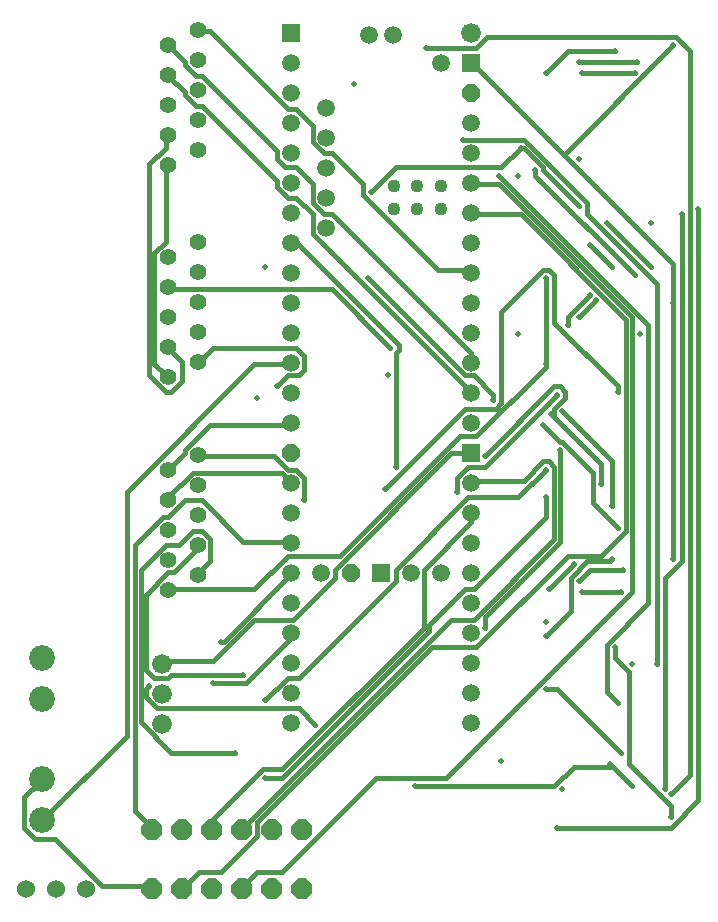
<source format=gbr>
G04 EAGLE Gerber RS-274X export*
G75*
%MOMM*%
%FSLAX34Y34*%
%LPD*%
%INBottom Copper*%
%IPPOS*%
%AMOC8*
5,1,8,0,0,1.08239X$1,22.5*%
G01*
%ADD10C,2.184400*%
%ADD11C,1.676400*%
%ADD12R,1.508000X1.508000*%
%ADD13P,1.632244X8X22.500000*%
%ADD14C,1.508000*%
%ADD15C,1.108000*%
%ADD16C,1.398000*%
%ADD17P,1.924489X8X112.500000*%
%ADD18C,1.524000*%
%ADD19C,0.381000*%
%ADD20C,0.460000*%


D10*
X673400Y-349400D03*
X673400Y-384400D03*
D11*
X775000Y-380000D03*
X775000Y-405400D03*
X775000Y-354600D03*
D12*
X883800Y179800D03*
X960000Y-277400D03*
X1036200Y154400D03*
D11*
X1036200Y179800D03*
D13*
X1036200Y129000D03*
X934600Y-277400D03*
D14*
X909200Y-277400D03*
X985400Y-277400D03*
X1010800Y-277400D03*
X1036200Y-150400D03*
X883800Y-150400D03*
X883800Y154400D03*
X883800Y129000D03*
X883800Y103600D03*
X883800Y78200D03*
X883800Y52800D03*
X883800Y27400D03*
X883800Y2000D03*
X883800Y-23400D03*
X883800Y-48800D03*
X883800Y-74200D03*
X883800Y-99600D03*
X883800Y-125000D03*
X1010800Y154400D03*
X1036200Y-125000D03*
X1036200Y-99600D03*
X1036200Y-74200D03*
X1036200Y-48800D03*
X1036200Y-23400D03*
X1036200Y2000D03*
X1036200Y27400D03*
X1036200Y52800D03*
X1036200Y78200D03*
X1036200Y103600D03*
D13*
X883800Y-175800D03*
D14*
X883800Y-226600D03*
X883800Y-252000D03*
X883800Y-277400D03*
X883800Y-302800D03*
X883800Y-328200D03*
X883800Y-353600D03*
X883800Y-379000D03*
X883800Y-404400D03*
X1036200Y-201200D03*
X1036200Y-226600D03*
X1036200Y-252000D03*
X1036200Y-277400D03*
X1036200Y-302800D03*
X1036200Y-328200D03*
X1036200Y-353600D03*
X1036200Y-379000D03*
X1036200Y-404400D03*
X913800Y116300D03*
X913800Y90900D03*
X913800Y65500D03*
X913800Y40100D03*
X913800Y14700D03*
X883800Y-201200D03*
D12*
X1036200Y-175800D03*
D14*
X970000Y177500D03*
X950000Y177500D03*
D15*
X1010800Y50100D03*
X990800Y50100D03*
X970800Y50100D03*
X1010800Y30100D03*
X990800Y30100D03*
X970800Y30100D03*
D16*
X805100Y-177850D03*
X779700Y-190550D03*
X805100Y-203250D03*
X779700Y-215950D03*
X805100Y-228650D03*
X779700Y-241350D03*
X805100Y-254050D03*
X779700Y-266750D03*
X805100Y-279450D03*
X779700Y-292150D03*
X805100Y2150D03*
X779700Y-10550D03*
X805100Y-23250D03*
X779700Y-35950D03*
X805100Y-48650D03*
X779700Y-61350D03*
X805100Y-74050D03*
X779700Y-86750D03*
X805100Y-99450D03*
X779700Y-112150D03*
X805100Y182150D03*
X779700Y169450D03*
X805100Y156750D03*
X779700Y144050D03*
X805100Y131350D03*
X779700Y118650D03*
X805100Y105950D03*
X779700Y93250D03*
X805100Y80550D03*
X779700Y67850D03*
D17*
X766500Y-495000D03*
X791900Y-495000D03*
X817300Y-495000D03*
X842700Y-495000D03*
X868100Y-495000D03*
X893500Y-495000D03*
X766500Y-545000D03*
X791900Y-545000D03*
X817300Y-545000D03*
X842700Y-545000D03*
X868100Y-545000D03*
X893500Y-545000D03*
D10*
X673400Y-452000D03*
X673400Y-487000D03*
D18*
X659600Y-545000D03*
X685000Y-545000D03*
X710400Y-545000D03*
D19*
X777685Y82233D02*
X777685Y91631D01*
X777685Y82233D02*
X763588Y68136D01*
X763588Y-110427D01*
X777685Y-124524D01*
X782384Y-124524D01*
X791782Y-115126D01*
X791782Y-98679D01*
X780034Y-86932D01*
X777685Y91631D02*
X779700Y93250D01*
X779700Y-86750D02*
X780034Y-86932D01*
D20*
X855218Y-129223D03*
X1127760Y72835D03*
D19*
X1151255Y18796D02*
X1188847Y-18796D01*
D20*
X1151255Y18796D03*
X1188847Y-18796D03*
D19*
X1090168Y58738D02*
X1090168Y63437D01*
X1090168Y58738D02*
X1174750Y-25845D01*
D20*
X1090168Y63437D03*
X1174750Y-25845D03*
X1188847Y18796D03*
X965645Y-110427D03*
D19*
X1137158Y0D02*
X1155954Y-18796D01*
D20*
X1155954Y-18796D03*
X1137158Y0D03*
D19*
X1130110Y145669D02*
X1174750Y145669D01*
D20*
X1174750Y145669D03*
X1130110Y145669D03*
D19*
X1127760Y155067D02*
X1177100Y155067D01*
D20*
X1177100Y155067D03*
X1127760Y155067D03*
D19*
X1118362Y164465D02*
X1158304Y164465D01*
X1118362Y164465D02*
X1099566Y145669D01*
D20*
X1158304Y164465D03*
X1099566Y145669D03*
X1076071Y58738D03*
D19*
X1108964Y-493395D02*
X1205294Y-493395D01*
X1228789Y-469900D01*
X1228789Y30544D01*
D20*
X1108964Y-493395D03*
X1228789Y30544D03*
D19*
X1200595Y-281940D02*
X1200595Y-460502D01*
X1200595Y-281940D02*
X1214692Y-267843D01*
X1214692Y25845D01*
D20*
X1200595Y-460502D03*
X1214692Y25845D03*
D19*
X1127760Y32893D02*
X1097217Y63437D01*
X1097217Y65786D01*
X1080770Y82233D01*
X1078421Y82233D01*
X972693Y65786D02*
X951548Y44641D01*
X972693Y65786D02*
X1061974Y65786D01*
X1078421Y82233D01*
D20*
X1127760Y32893D03*
X1078421Y82233D03*
X951548Y44641D03*
D19*
X881063Y-366522D02*
X862267Y-385318D01*
X881063Y-366522D02*
X890461Y-366522D01*
X972693Y-284290D01*
X972693Y-274892D01*
X1033780Y-213805D01*
X1076071Y-213805D01*
X1099566Y-190310D01*
D20*
X862267Y-385318D03*
X1099566Y-190310D03*
D19*
X1099566Y-213805D02*
X1099566Y-230251D01*
X1038479Y-291338D01*
X1031431Y-291338D01*
X1000887Y-321882D01*
X1000887Y-326581D01*
X876364Y-451104D01*
X862267Y-451104D01*
D20*
X1099566Y-213805D03*
X862267Y-451104D03*
D19*
X1111314Y-166815D02*
X1097217Y-152718D01*
X1111314Y-166815D02*
X1113663Y-166815D01*
X1139508Y-192659D01*
X1139508Y-218504D01*
X1160653Y-239649D01*
D20*
X1097217Y-152718D03*
X1160653Y-239649D03*
D19*
X1160653Y-124524D02*
X1160653Y-119825D01*
X1106615Y-65786D01*
X1106615Y-25845D01*
X1101916Y-21146D01*
X1097217Y-21146D01*
X1061974Y-56388D01*
X1061974Y-133922D01*
X1057275Y-138621D01*
X1031431Y-138621D01*
X963295Y-206756D01*
D20*
X1160653Y-124524D03*
X963295Y-206756D03*
D19*
X1155954Y-220853D02*
X1155954Y-183261D01*
X1113663Y-140970D01*
D20*
X1155954Y-220853D03*
X1113663Y-140970D03*
D19*
X1118362Y-61087D02*
X1137158Y-42291D01*
X1118362Y-61087D02*
X1118362Y-68136D01*
D20*
X1137158Y-42291D03*
X1118362Y-68136D03*
X1179449Y-75184D03*
X1076071Y-75184D03*
D19*
X1127760Y-61087D02*
X1141857Y-46990D01*
D20*
X1141857Y-46990D03*
X1127760Y-61087D03*
D19*
X1024382Y-197358D02*
X1024382Y-209106D01*
X1024382Y-197358D02*
X1033780Y-187960D01*
X1047877Y-187960D01*
X1108964Y-126873D01*
D20*
X1024382Y-209106D03*
X1108964Y-126873D03*
D19*
X1047877Y-314833D02*
X1047877Y-324231D01*
X1047877Y-314833D02*
X1111314Y-251397D01*
X1111314Y-173863D01*
D20*
X1047877Y-324231D03*
X1111314Y-173863D03*
D19*
X1146556Y-185611D02*
X1146556Y-202057D01*
X1105440Y-144494D02*
X1104265Y-143320D01*
X1105440Y-144494D02*
X1146556Y-185611D01*
X1106615Y-119825D02*
X1047877Y-178562D01*
X1106615Y-119825D02*
X1111314Y-119825D01*
X1116013Y-124524D01*
X1116013Y-129223D01*
X1106615Y-138621D01*
X1106615Y-143320D01*
X1105440Y-144494D01*
D20*
X1146556Y-202057D03*
X1104265Y-143320D03*
X1047877Y-178562D03*
D19*
X1186498Y-68136D02*
X1059625Y58738D01*
X1186498Y-68136D02*
X1186498Y-303086D01*
X1151255Y-338328D01*
X1151255Y-378270D01*
X1160653Y-387668D01*
D20*
X1059625Y58738D03*
X1160653Y-387668D03*
X1099566Y-319532D03*
X862267Y-18796D03*
D19*
X1099566Y-375920D02*
X1108964Y-375920D01*
X1163003Y-429959D01*
D20*
X1099566Y-375920D03*
X1163003Y-429959D03*
X1172401Y-354775D03*
X937451Y136271D03*
D19*
X1130110Y-293688D02*
X1163003Y-293688D01*
D20*
X1163003Y-293688D03*
X1130110Y-293688D03*
D19*
X1137158Y-274892D02*
X1165352Y-274892D01*
X1137158Y-274892D02*
X1127760Y-284290D01*
D20*
X1165352Y-274892D03*
X1127760Y-284290D03*
D19*
X1123061Y-270193D02*
X1101916Y-291338D01*
D20*
X1123061Y-270193D03*
X1101916Y-291338D03*
D19*
X1221740Y-448755D02*
X1205294Y-465201D01*
X1221740Y-448755D02*
X1221740Y164465D01*
X1209993Y176213D01*
X1050227Y176213D01*
X1040829Y166815D01*
X998538Y166815D01*
D20*
X1205294Y-465201D03*
X998538Y166815D03*
D19*
X1193546Y-32893D02*
X1193546Y-354775D01*
X1193546Y-32893D02*
X1134809Y25845D01*
X1134809Y35243D01*
X1080770Y89281D01*
X1029081Y89281D01*
D20*
X1193546Y-354775D03*
X1029081Y89281D03*
D19*
X1153605Y-439357D02*
X1154779Y-440531D01*
X1172401Y-458153D01*
X1106615Y-458153D02*
X989140Y-458153D01*
X1106615Y-458153D02*
X1123061Y-441706D01*
X1153605Y-441706D01*
X1154779Y-440531D01*
D20*
X1172401Y-458153D03*
X1153605Y-439357D03*
X989140Y-458153D03*
D19*
X1019683Y-176213D02*
X1036130Y-176213D01*
X1019683Y-176213D02*
X921004Y-274892D01*
X921004Y-281940D01*
X885762Y-317183D01*
X852869Y-317183D01*
X817626Y-352425D01*
X775335Y-352425D01*
X1036130Y-176213D02*
X1036200Y-175800D01*
X775335Y-352425D02*
X775000Y-354600D01*
X777685Y2350D02*
X777685Y65786D01*
X777685Y2350D02*
X768287Y-7049D01*
X768287Y-101029D01*
X777685Y-110427D01*
X777685Y65786D02*
X779700Y67850D01*
X777685Y-110427D02*
X779700Y-112150D01*
X1099566Y-331280D02*
X1120712Y-310134D01*
X1120712Y-281940D01*
X1134809Y-267843D01*
X1153605Y-267843D01*
X1155954Y-265494D01*
X1099566Y-101029D02*
X1099566Y-28194D01*
X1207643Y-16447D02*
X1207643Y-49340D01*
X1114838Y76359D02*
X1038479Y152718D01*
X1114838Y76359D02*
X1207643Y-16447D01*
X1038479Y152718D02*
X1036200Y154400D01*
X1114838Y76359D02*
X1207643Y169164D01*
X1207643Y-49340D02*
X1207643Y-265494D01*
X852869Y-291338D02*
X780034Y-291338D01*
X852869Y-291338D02*
X881063Y-263144D01*
X925703Y-263144D01*
X1026732Y-162116D01*
X1040829Y-162116D01*
X1099566Y-103378D01*
X1099566Y-101029D01*
X780034Y-291338D02*
X779700Y-292150D01*
D20*
X1099566Y-331280D03*
X1155954Y-265494D03*
X1099566Y-101029D03*
X1099566Y-28194D03*
X1207643Y-49340D03*
X1207643Y169164D03*
X1207643Y-265494D03*
D19*
X1205294Y-474599D02*
X1205294Y-483997D01*
X1205294Y-474599D02*
X1170051Y-439357D01*
X1170051Y-361823D01*
X1158304Y-350076D01*
X1158304Y-340678D01*
D20*
X1205294Y-483997D03*
X1158304Y-340678D03*
X1113663Y-460502D03*
X1061974Y-437007D03*
D19*
X1054926Y-131572D02*
X1054926Y-126873D01*
X1038479Y-110427D01*
X1031431Y-110427D01*
X949198Y-28194D01*
D20*
X1054926Y-131572D03*
X949198Y-28194D03*
D19*
X972693Y-91631D02*
X972693Y-187960D01*
X972693Y-91631D02*
X975043Y-89281D01*
X975043Y-84582D01*
X890461Y0D01*
X885762Y0D01*
X883800Y2000D01*
D20*
X972693Y-187960D03*
D19*
X883412Y-101029D02*
X852869Y-101029D01*
X744792Y-209106D01*
X744792Y-415862D01*
X674307Y-486347D01*
X883412Y-101029D02*
X883800Y-99600D01*
X674307Y-486347D02*
X673400Y-487000D01*
X723646Y-542735D02*
X765937Y-542735D01*
X723646Y-542735D02*
X683705Y-502793D01*
X667258Y-502793D01*
X657860Y-493395D01*
X657860Y-467551D01*
X671957Y-453454D01*
X765937Y-542735D02*
X766500Y-545000D01*
X673400Y-452000D02*
X671957Y-453454D01*
X1038479Y25845D02*
X1078421Y25845D01*
X1167702Y-63437D01*
X1167702Y-241999D01*
X1146556Y-263144D01*
X1118362Y-263144D01*
X1040829Y-340678D01*
X1003237Y-340678D01*
X855218Y-488696D01*
X855218Y-500444D01*
X824675Y-530987D01*
X805879Y-530987D01*
X794131Y-542735D01*
X1038479Y25845D02*
X1036200Y27400D01*
X794131Y-542735D02*
X791900Y-545000D01*
X1038479Y51689D02*
X1059625Y51689D01*
X1172401Y-61087D01*
X1172401Y-293688D01*
X1014984Y-451104D01*
X956247Y-451104D01*
X876364Y-530987D01*
X855218Y-530987D01*
X843471Y-542735D01*
X1038479Y51689D02*
X1036200Y52800D01*
X843471Y-542735D02*
X842700Y-545000D01*
X794131Y129223D02*
X780034Y143320D01*
X794131Y129223D02*
X794131Y126873D01*
X803529Y117475D01*
X808228Y117475D01*
X871665Y54039D01*
X871665Y49340D01*
X881063Y39942D01*
X888111Y39942D01*
X902208Y25845D01*
X902208Y9398D01*
X1036130Y-124524D01*
X780034Y143320D02*
X779700Y144050D01*
X1036130Y-124524D02*
X1036200Y-125000D01*
X794131Y155067D02*
X780034Y169164D01*
X794131Y155067D02*
X794131Y152718D01*
X803529Y143320D01*
X808228Y143320D01*
X871665Y79883D01*
X871665Y72835D01*
X878713Y65786D01*
X888111Y65786D01*
X902208Y51689D01*
X902208Y35243D01*
X911606Y25845D01*
X918655Y25845D01*
X1036130Y-91631D01*
X1036130Y-98679D01*
X780034Y169164D02*
X779700Y169450D01*
X1036130Y-98679D02*
X1036200Y-99600D01*
X815277Y180912D02*
X805879Y180912D01*
X815277Y180912D02*
X881063Y115126D01*
X888111Y115126D01*
X902208Y101029D01*
X902208Y86932D01*
X911606Y77534D01*
X918655Y77534D01*
X944499Y51689D01*
X944499Y42291D01*
X1007936Y-21146D01*
X1036130Y-21146D01*
X805879Y180912D02*
X805100Y182150D01*
X1036130Y-21146D02*
X1036200Y-23400D01*
X918655Y-37592D02*
X780034Y-37592D01*
X918655Y-37592D02*
X967994Y-86932D01*
X780034Y-37592D02*
X779700Y-35950D01*
D20*
X967994Y-86932D03*
D19*
X845820Y-371221D02*
X817626Y-371221D01*
X845820Y-371221D02*
X883412Y-333629D01*
X883412Y-328930D01*
X883800Y-328200D01*
D20*
X817626Y-371221D03*
D19*
X805879Y-178562D02*
X869315Y-178562D01*
X881063Y-190310D01*
X888111Y-190310D01*
X895160Y-197358D01*
X895160Y-216154D01*
X805879Y-178562D02*
X805100Y-177850D01*
D20*
X895160Y-216154D03*
D19*
X801180Y-192659D02*
X780034Y-213805D01*
X801180Y-192659D02*
X876364Y-192659D01*
X883412Y-199708D01*
X780034Y-213805D02*
X779700Y-215950D01*
X883412Y-199708D02*
X883800Y-201200D01*
X794131Y-176213D02*
X780034Y-190310D01*
X794131Y-176213D02*
X794131Y-173863D01*
X815277Y-152718D01*
X883412Y-152718D01*
X780034Y-190310D02*
X779700Y-190550D01*
X883412Y-152718D02*
X883800Y-150400D01*
X1038479Y-199708D02*
X1080770Y-199708D01*
X1097217Y-183261D01*
X1101916Y-183261D01*
X1106615Y-187960D01*
X1106615Y-249047D01*
X1038479Y-317183D01*
X1019683Y-317183D01*
X843471Y-493395D01*
X1036200Y-201200D02*
X1038479Y-199708D01*
X843471Y-493395D02*
X842700Y-495000D01*
X1036130Y-234950D02*
X1036130Y-227902D01*
X1036130Y-234950D02*
X996188Y-274892D01*
X996188Y-324231D01*
X876364Y-444056D01*
X859917Y-444056D01*
X817626Y-486347D01*
X817626Y-493395D01*
X1036130Y-227902D02*
X1036200Y-226600D01*
X817626Y-493395D02*
X817300Y-495000D01*
X827024Y-335979D02*
X883412Y-279591D01*
X827024Y-335979D02*
X824675Y-335979D01*
X883412Y-279591D02*
X883800Y-277400D01*
D20*
X824675Y-335979D03*
D19*
X843471Y-251397D02*
X883412Y-251397D01*
X843471Y-251397D02*
X808228Y-216154D01*
X794131Y-216154D01*
X780034Y-230251D01*
X775335Y-230251D01*
X751840Y-253746D01*
X751840Y-479298D01*
X765937Y-493395D01*
X883800Y-252000D02*
X883412Y-251397D01*
X765937Y-493395D02*
X766500Y-495000D01*
X782384Y-429959D02*
X836422Y-429959D01*
X782384Y-429959D02*
X756539Y-404114D01*
X756539Y-274892D01*
X777685Y-253746D01*
X789432Y-253746D01*
X801180Y-241999D01*
X808228Y-241999D01*
X815277Y-249047D01*
X815277Y-267843D01*
X805879Y-277241D01*
X805100Y-279450D01*
D20*
X836422Y-429959D03*
D19*
X843471Y-364173D02*
X782384Y-364173D01*
X780034Y-366522D01*
X768287Y-366522D01*
X761238Y-359474D01*
X761238Y-296037D01*
X780034Y-277241D01*
X784733Y-277241D01*
X805879Y-256096D01*
X805100Y-254050D01*
D20*
X843471Y-364173D03*
D19*
X871665Y-119825D02*
X881063Y-110427D01*
X890461Y-110427D01*
X895160Y-105728D01*
X895160Y-93980D01*
X888111Y-86932D01*
X817626Y-86932D01*
X805879Y-98679D01*
X805100Y-99450D01*
D20*
X871665Y-119825D03*
D19*
X890461Y-392367D02*
X904558Y-406464D01*
X890461Y-392367D02*
X770636Y-392367D01*
X761238Y-382969D01*
X761238Y-375920D01*
X763588Y-373571D01*
D20*
X904558Y-406464D03*
X763588Y-373571D03*
M02*

</source>
